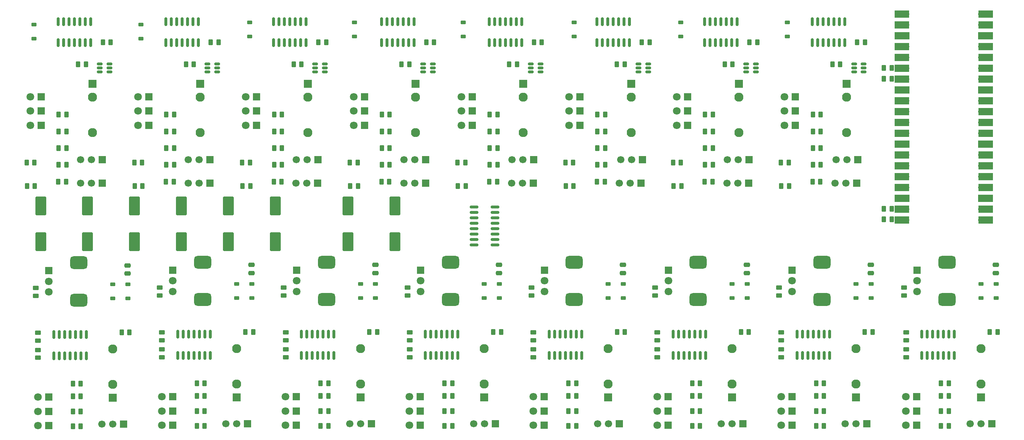
<source format=gbs>
G04 #@! TF.GenerationSoftware,KiCad,Pcbnew,9.0.3*
G04 #@! TF.CreationDate,2025-08-26T17:21:35-04:00*
G04 #@! TF.ProjectId,Oblique Palette 0.5.4 PCB Main,4f626c69-7175-4652-9050-616c65747465,0.5.5*
G04 #@! TF.SameCoordinates,Original*
G04 #@! TF.FileFunction,Soldermask,Bot*
G04 #@! TF.FilePolarity,Negative*
%FSLAX46Y46*%
G04 Gerber Fmt 4.6, Leading zero omitted, Abs format (unit mm)*
G04 Created by KiCad (PCBNEW 9.0.3) date 2025-08-26 17:21:35*
%MOMM*%
%LPD*%
G01*
G04 APERTURE LIST*
G04 Aperture macros list*
%AMRoundRect*
0 Rectangle with rounded corners*
0 $1 Rounding radius*
0 $2 $3 $4 $5 $6 $7 $8 $9 X,Y pos of 4 corners*
0 Add a 4 corners polygon primitive as box body*
4,1,4,$2,$3,$4,$5,$6,$7,$8,$9,$2,$3,0*
0 Add four circle primitives for the rounded corners*
1,1,$1+$1,$2,$3*
1,1,$1+$1,$4,$5*
1,1,$1+$1,$6,$7*
1,1,$1+$1,$8,$9*
0 Add four rect primitives between the rounded corners*
20,1,$1+$1,$2,$3,$4,$5,0*
20,1,$1+$1,$4,$5,$6,$7,0*
20,1,$1+$1,$6,$7,$8,$9,0*
20,1,$1+$1,$8,$9,$2,$3,0*%
G04 Aperture macros list end*
%ADD10C,2.130000*%
%ADD11R,1.930000X1.830000*%
%ADD12R,1.800000X1.800000*%
%ADD13C,1.800000*%
%ADD14RoundRect,0.250000X-0.262500X-0.450000X0.262500X-0.450000X0.262500X0.450000X-0.262500X0.450000X0*%
%ADD15RoundRect,0.250000X0.450000X-0.262500X0.450000X0.262500X-0.450000X0.262500X-0.450000X-0.262500X0*%
%ADD16RoundRect,0.250000X0.262500X0.450000X-0.262500X0.450000X-0.262500X-0.450000X0.262500X-0.450000X0*%
%ADD17RoundRect,0.225000X-0.375000X0.225000X-0.375000X-0.225000X0.375000X-0.225000X0.375000X0.225000X0*%
%ADD18RoundRect,0.150000X0.150000X-0.825000X0.150000X0.825000X-0.150000X0.825000X-0.150000X-0.825000X0*%
%ADD19RoundRect,0.250000X0.475000X-0.250000X0.475000X0.250000X-0.475000X0.250000X-0.475000X-0.250000X0*%
%ADD20C,1.700000*%
%ADD21R,1.700000X1.700000*%
%ADD22RoundRect,0.750000X-1.250000X-0.750000X1.250000X-0.750000X1.250000X0.750000X-1.250000X0.750000X0*%
%ADD23RoundRect,0.150000X-0.825000X-0.150000X0.825000X-0.150000X0.825000X0.150000X-0.825000X0.150000X0*%
%ADD24RoundRect,0.150000X0.512500X0.150000X-0.512500X0.150000X-0.512500X-0.150000X0.512500X-0.150000X0*%
%ADD25RoundRect,0.225000X0.375000X-0.225000X0.375000X0.225000X-0.375000X0.225000X-0.375000X-0.225000X0*%
%ADD26O,1.700000X1.700000*%
%ADD27R,3.500000X1.700000*%
%ADD28RoundRect,0.250000X1.000000X-1.950000X1.000000X1.950000X-1.000000X1.950000X-1.000000X-1.950000X0*%
G04 APERTURE END LIST*
D10*
G04 #@! TO.C,J38*
X243853143Y-108034450D03*
X243853143Y-99734450D03*
D11*
X243853143Y-111134450D03*
G04 #@! TD*
D12*
G04 #@! TO.C,D48*
X228853143Y-111004450D03*
D13*
X226313143Y-111004450D03*
G04 #@! TD*
D12*
G04 #@! TO.C,D45*
X228853143Y-114354450D03*
D13*
X226313143Y-114354450D03*
G04 #@! TD*
D12*
G04 #@! TO.C,D44*
X228853143Y-117704450D03*
D13*
X226313143Y-117704450D03*
G04 #@! TD*
D12*
G04 #@! TO.C,D42*
X199577286Y-111004450D03*
D13*
X197037286Y-111004450D03*
G04 #@! TD*
D12*
G04 #@! TO.C,D39*
X199577286Y-114354450D03*
D13*
X197037286Y-114354450D03*
G04 #@! TD*
D12*
G04 #@! TO.C,D38*
X199577286Y-117704450D03*
D13*
X197037286Y-117704450D03*
G04 #@! TD*
D12*
G04 #@! TO.C,D36*
X170551429Y-111004450D03*
D13*
X168011429Y-111004450D03*
G04 #@! TD*
D12*
G04 #@! TO.C,D33*
X170551429Y-114354450D03*
D13*
X168011429Y-114354450D03*
G04 #@! TD*
D12*
G04 #@! TO.C,D32*
X170551429Y-117704450D03*
D13*
X168011429Y-117704450D03*
G04 #@! TD*
D12*
G04 #@! TO.C,D30*
X141525572Y-111004450D03*
D13*
X138985572Y-111004450D03*
G04 #@! TD*
D12*
G04 #@! TO.C,D27*
X141525572Y-114354450D03*
D13*
X138985572Y-114354450D03*
G04 #@! TD*
D12*
G04 #@! TO.C,D26*
X141525572Y-117704450D03*
D13*
X138985572Y-117704450D03*
G04 #@! TD*
D12*
G04 #@! TO.C,D24*
X112499714Y-111004450D03*
D13*
X109959714Y-111004450D03*
G04 #@! TD*
D12*
G04 #@! TO.C,D21*
X112499714Y-114354450D03*
D13*
X109959714Y-114354450D03*
G04 #@! TD*
D12*
G04 #@! TO.C,D20*
X112499714Y-117704450D03*
D13*
X109959714Y-117704450D03*
G04 #@! TD*
D12*
G04 #@! TO.C,D18*
X83473857Y-111004450D03*
D13*
X80933857Y-111004450D03*
G04 #@! TD*
D12*
G04 #@! TO.C,D15*
X83473857Y-114354450D03*
D13*
X80933857Y-114354450D03*
G04 #@! TD*
D12*
G04 #@! TO.C,D14*
X83473857Y-117704450D03*
D13*
X80933857Y-117704450D03*
G04 #@! TD*
D12*
G04 #@! TO.C,D12*
X54448000Y-111004450D03*
D13*
X51908000Y-111004450D03*
G04 #@! TD*
D12*
G04 #@! TO.C,D9*
X54448000Y-114354450D03*
D13*
X51908000Y-114354450D03*
G04 #@! TD*
D12*
G04 #@! TO.C,D8*
X54448000Y-117704450D03*
D13*
X51908000Y-117704450D03*
G04 #@! TD*
D12*
G04 #@! TO.C,D6*
X25422143Y-111094450D03*
D13*
X22882143Y-111094450D03*
G04 #@! TD*
D12*
G04 #@! TO.C,D3*
X25422143Y-114444450D03*
D13*
X22882143Y-114444450D03*
G04 #@! TD*
D12*
G04 #@! TO.C,D2*
X25422143Y-117794450D03*
D13*
X22882143Y-117794450D03*
G04 #@! TD*
D12*
G04 #@! TO.C,D75*
X175157000Y-44037000D03*
D13*
X172617000Y-44037000D03*
G04 #@! TD*
D12*
G04 #@! TO.C,D67*
X124657000Y-44037000D03*
D13*
X122117000Y-44037000D03*
G04 #@! TD*
D12*
G04 #@! TO.C,D58*
X74157000Y-47387000D03*
D13*
X71617000Y-47387000D03*
G04 #@! TD*
D12*
G04 #@! TO.C,D78*
X200407000Y-47387000D03*
D13*
X197867000Y-47387000D03*
G04 #@! TD*
D12*
G04 #@! TO.C,D56*
X48907000Y-40687000D03*
D13*
X46367000Y-40687000D03*
G04 #@! TD*
D12*
G04 #@! TO.C,D76*
X175157000Y-40687000D03*
D13*
X172617000Y-40687000D03*
G04 #@! TD*
D12*
G04 #@! TO.C,D66*
X124657000Y-47387000D03*
D13*
X122117000Y-47387000D03*
G04 #@! TD*
D12*
G04 #@! TO.C,D64*
X99407000Y-40687000D03*
D13*
X96867000Y-40687000D03*
G04 #@! TD*
D12*
G04 #@! TO.C,D71*
X149907000Y-44037000D03*
D13*
X147367000Y-44037000D03*
G04 #@! TD*
D12*
G04 #@! TO.C,D74*
X175157000Y-47387000D03*
D13*
X172617000Y-47387000D03*
G04 #@! TD*
D12*
G04 #@! TO.C,D68*
X124657000Y-40687000D03*
D13*
X122117000Y-40687000D03*
G04 #@! TD*
D12*
G04 #@! TO.C,D80*
X200407000Y-40687000D03*
D13*
X197867000Y-40687000D03*
G04 #@! TD*
D12*
G04 #@! TO.C,D62*
X99407000Y-47387000D03*
D13*
X96867000Y-47387000D03*
G04 #@! TD*
D12*
G04 #@! TO.C,D50*
X23657000Y-47387000D03*
D13*
X21117000Y-47387000D03*
G04 #@! TD*
D12*
G04 #@! TO.C,D59*
X74157000Y-44037000D03*
D13*
X71617000Y-44037000D03*
G04 #@! TD*
D12*
G04 #@! TO.C,D60*
X74157000Y-40687000D03*
D13*
X71617000Y-40687000D03*
G04 #@! TD*
D12*
G04 #@! TO.C,D63*
X99407000Y-44037000D03*
D13*
X96867000Y-44037000D03*
G04 #@! TD*
D12*
G04 #@! TO.C,D72*
X149907000Y-40687000D03*
D13*
X147367000Y-40687000D03*
G04 #@! TD*
D12*
G04 #@! TO.C,D55*
X48907000Y-44037000D03*
D13*
X46367000Y-44037000D03*
G04 #@! TD*
D12*
G04 #@! TO.C,D70*
X149907000Y-47387000D03*
D13*
X147367000Y-47387000D03*
G04 #@! TD*
D12*
G04 #@! TO.C,D52*
X23657000Y-40687000D03*
D13*
X21117000Y-40687000D03*
G04 #@! TD*
D12*
G04 #@! TO.C,D51*
X23657000Y-44037000D03*
D13*
X21117000Y-44037000D03*
G04 #@! TD*
D12*
G04 #@! TO.C,D79*
X200407000Y-44037000D03*
D13*
X197867000Y-44037000D03*
G04 #@! TD*
D12*
G04 #@! TO.C,D54*
X48907000Y-47387000D03*
D13*
X46367000Y-47387000D03*
G04 #@! TD*
D14*
G04 #@! TO.C,R160*
X42509643Y-95944450D03*
X44334643Y-95944450D03*
G04 #@! TD*
D15*
G04 #@! TO.C,R8*
X22422143Y-87356950D03*
X22422143Y-85531950D03*
G04 #@! TD*
D14*
G04 #@! TO.C,R7*
X31097143Y-110944450D03*
X32922143Y-110944450D03*
G04 #@! TD*
G04 #@! TO.C,R5*
X31097143Y-114444450D03*
X32922143Y-114444450D03*
G04 #@! TD*
D15*
G04 #@! TO.C,R4*
X22922143Y-101856950D03*
X22922143Y-100031950D03*
G04 #@! TD*
D16*
G04 #@! TO.C,R68*
X32922143Y-107944450D03*
X31097143Y-107944450D03*
G04 #@! TD*
D15*
G04 #@! TO.C,R6*
X22922143Y-97856950D03*
X22922143Y-96031950D03*
G04 #@! TD*
D14*
G04 #@! TO.C,R3*
X31097143Y-117944450D03*
X32922143Y-117944450D03*
G04 #@! TD*
D16*
G04 #@! TO.C,R116*
X54819500Y-44882700D03*
X52994500Y-44882700D03*
G04 #@! TD*
D15*
G04 #@! TO.C,R22*
X80973857Y-97766950D03*
X80973857Y-95941950D03*
G04 #@! TD*
D14*
G04 #@! TO.C,R161*
X71535500Y-95854450D03*
X73360500Y-95854450D03*
G04 #@! TD*
G04 #@! TO.C,R31*
X118174714Y-110854450D03*
X119999714Y-110854450D03*
G04 #@! TD*
G04 #@! TO.C,R152*
X204407000Y-60597000D03*
X206232000Y-60597000D03*
G04 #@! TD*
D16*
G04 #@! TO.C,R101*
X207077286Y-107854450D03*
X205252286Y-107854450D03*
G04 #@! TD*
D14*
G04 #@! TO.C,R136*
X171744500Y-56097000D03*
X173569500Y-56097000D03*
G04 #@! TD*
G04 #@! TO.C,R97*
X78157000Y-60597000D03*
X79982000Y-60597000D03*
G04 #@! TD*
D16*
G04 #@! TO.C,R94*
X178051429Y-107854450D03*
X176226429Y-107854450D03*
G04 #@! TD*
D14*
G04 #@! TO.C,R114*
X121244500Y-56097000D03*
X123069500Y-56097000D03*
G04 #@! TD*
G04 #@! TO.C,R117*
X128744500Y-52739900D03*
X130569500Y-52739900D03*
G04 #@! TD*
D16*
G04 #@! TO.C,R123*
X80069500Y-44882700D03*
X78244500Y-44882700D03*
G04 #@! TD*
D14*
G04 #@! TO.C,R74*
X27744500Y-56668400D03*
X29569500Y-56668400D03*
G04 #@! TD*
D16*
G04 #@! TO.C,R79*
X90973857Y-107854450D03*
X89148857Y-107854450D03*
G04 #@! TD*
D14*
G04 #@! TO.C,R53*
X205252286Y-114354450D03*
X207077286Y-114354450D03*
G04 #@! TD*
D16*
G04 #@! TO.C,R1*
X222959500Y-33957000D03*
X221134500Y-33957000D03*
G04 #@! TD*
D14*
G04 #@! TO.C,R61*
X234528143Y-114354450D03*
X236353143Y-114354450D03*
G04 #@! TD*
D15*
G04 #@! TO.C,R52*
X197077286Y-101766950D03*
X197077286Y-99941950D03*
G04 #@! TD*
G04 #@! TO.C,R12*
X51948000Y-101766950D03*
X51948000Y-99941950D03*
G04 #@! TD*
D14*
G04 #@! TO.C,R27*
X118174714Y-117854450D03*
X119999714Y-117854450D03*
G04 #@! TD*
G04 #@! TO.C,R81*
X45494500Y-56097000D03*
X47319500Y-56097000D03*
G04 #@! TD*
D15*
G04 #@! TO.C,R16*
X51448000Y-87266950D03*
X51448000Y-85441950D03*
G04 #@! TD*
D16*
G04 #@! TO.C,R138*
X155819500Y-44882700D03*
X153994500Y-44882700D03*
G04 #@! TD*
D15*
G04 #@! TO.C,R30*
X109999714Y-97766950D03*
X109999714Y-95941950D03*
G04 #@! TD*
D14*
G04 #@! TO.C,R141*
X179157000Y-60597000D03*
X180982000Y-60597000D03*
G04 #@! TD*
G04 #@! TO.C,R73*
X27744500Y-52739900D03*
X29569500Y-52739900D03*
G04 #@! TD*
G04 #@! TO.C,R129*
X153994500Y-56668400D03*
X155819500Y-56668400D03*
G04 #@! TD*
D15*
G04 #@! TO.C,R46*
X168051429Y-97766950D03*
X168051429Y-95941950D03*
G04 #@! TD*
D14*
G04 #@! TO.C,R125*
X146494500Y-56097000D03*
X148319500Y-56097000D03*
G04 #@! TD*
G04 #@! TO.C,R147*
X196994500Y-56097000D03*
X198819500Y-56097000D03*
G04 #@! TD*
G04 #@! TO.C,R139*
X179244500Y-52739900D03*
X181069500Y-52739900D03*
G04 #@! TD*
G04 #@! TO.C,R11*
X60123000Y-117854450D03*
X61948000Y-117854450D03*
G04 #@! TD*
G04 #@! TO.C,R84*
X52994500Y-52739900D03*
X54819500Y-52739900D03*
G04 #@! TD*
G04 #@! TO.C,R21*
X89148857Y-114354450D03*
X90973857Y-114354450D03*
G04 #@! TD*
G04 #@! TO.C,R63*
X234528143Y-110854450D03*
X236353143Y-110854450D03*
G04 #@! TD*
G04 #@! TO.C,R2*
X221134500Y-36457000D03*
X222959500Y-36457000D03*
G04 #@! TD*
G04 #@! TO.C,R19*
X89148857Y-117854450D03*
X90973857Y-117854450D03*
G04 #@! TD*
G04 #@! TO.C,R168*
X209082000Y-33097000D03*
X210907000Y-33097000D03*
G04 #@! TD*
G04 #@! TO.C,R164*
X158613072Y-95854450D03*
X160438072Y-95854450D03*
G04 #@! TD*
G04 #@! TO.C,R45*
X176226429Y-114354450D03*
X178051429Y-114354450D03*
G04 #@! TD*
D15*
G04 #@! TO.C,R40*
X138525572Y-87266950D03*
X138525572Y-85441950D03*
G04 #@! TD*
G04 #@! TO.C,R62*
X226353143Y-97766950D03*
X226353143Y-95941950D03*
G04 #@! TD*
D14*
G04 #@! TO.C,R154*
X57582000Y-33097000D03*
X59407000Y-33097000D03*
G04 #@! TD*
G04 #@! TO.C,R153*
X32332000Y-33097000D03*
X34157000Y-33097000D03*
G04 #@! TD*
G04 #@! TO.C,R107*
X103494500Y-56668400D03*
X105319500Y-56668400D03*
G04 #@! TD*
G04 #@! TO.C,R140*
X179244500Y-56668400D03*
X181069500Y-56668400D03*
G04 #@! TD*
G04 #@! TO.C,R135*
X179244500Y-48811300D03*
X181069500Y-48811300D03*
G04 #@! TD*
D16*
G04 #@! TO.C,R93*
X72657000Y-61597000D03*
X70832000Y-61597000D03*
G04 #@! TD*
G04 #@! TO.C,R25*
X90459500Y-27957000D03*
X88634500Y-27957000D03*
G04 #@! TD*
D15*
G04 #@! TO.C,R38*
X139025572Y-97766950D03*
X139025572Y-95941950D03*
G04 #@! TD*
D14*
G04 #@! TO.C,R118*
X128744500Y-56668400D03*
X130569500Y-56668400D03*
G04 #@! TD*
D16*
G04 #@! TO.C,R34*
X166209500Y-27957000D03*
X164384500Y-27957000D03*
G04 #@! TD*
D14*
G04 #@! TO.C,R70*
X20244500Y-56097000D03*
X22069500Y-56097000D03*
G04 #@! TD*
D16*
G04 #@! TO.C,R149*
X206319500Y-44882700D03*
X204494500Y-44882700D03*
G04 #@! TD*
D15*
G04 #@! TO.C,R56*
X196577286Y-87266950D03*
X196577286Y-85441950D03*
G04 #@! TD*
D16*
G04 #@! TO.C,R145*
X181069500Y-44882700D03*
X179244500Y-44882700D03*
G04 #@! TD*
D14*
G04 #@! TO.C,R39*
X147200572Y-110854450D03*
X149025572Y-110854450D03*
G04 #@! TD*
G04 #@! TO.C,R157*
X133332000Y-33097000D03*
X135157000Y-33097000D03*
G04 #@! TD*
G04 #@! TO.C,R43*
X176226429Y-117854450D03*
X178051429Y-117854450D03*
G04 #@! TD*
D16*
G04 #@! TO.C,R148*
X198907000Y-61597000D03*
X197082000Y-61597000D03*
G04 #@! TD*
D14*
G04 #@! TO.C,R128*
X153994500Y-52739900D03*
X155819500Y-52739900D03*
G04 #@! TD*
D16*
G04 #@! TO.C,R41*
X191459500Y-27957000D03*
X189634500Y-27957000D03*
G04 #@! TD*
D14*
G04 #@! TO.C,R158*
X158582000Y-33097000D03*
X160407000Y-33097000D03*
G04 #@! TD*
G04 #@! TO.C,R95*
X78244500Y-52739900D03*
X80069500Y-52739900D03*
G04 #@! TD*
G04 #@! TO.C,R163*
X129587214Y-95854450D03*
X131412214Y-95854450D03*
G04 #@! TD*
D16*
G04 #@! TO.C,R90*
X149025572Y-107854450D03*
X147200572Y-107854450D03*
G04 #@! TD*
D14*
G04 #@! TO.C,R59*
X234528143Y-117854450D03*
X236353143Y-117854450D03*
G04 #@! TD*
D15*
G04 #@! TO.C,R20*
X80973857Y-101766950D03*
X80973857Y-99941950D03*
G04 #@! TD*
D14*
G04 #@! TO.C,R155*
X82832000Y-33097000D03*
X84657000Y-33097000D03*
G04 #@! TD*
G04 #@! TO.C,R124*
X153994500Y-48811300D03*
X155819500Y-48811300D03*
G04 #@! TD*
D16*
G04 #@! TO.C,R18*
X65209500Y-27957000D03*
X63384500Y-27957000D03*
G04 #@! TD*
D14*
G04 #@! TO.C,R80*
X52994500Y-48811300D03*
X54819500Y-48811300D03*
G04 #@! TD*
G04 #@! TO.C,R96*
X78244500Y-56668400D03*
X80069500Y-56668400D03*
G04 #@! TD*
D16*
G04 #@! TO.C,R26*
X115709500Y-27957000D03*
X113884500Y-27957000D03*
G04 #@! TD*
D14*
G04 #@! TO.C,R55*
X205252286Y-110854450D03*
X207077286Y-110854450D03*
G04 #@! TD*
G04 #@! TO.C,R75*
X27657000Y-60597000D03*
X29482000Y-60597000D03*
G04 #@! TD*
G04 #@! TO.C,R35*
X147200572Y-117854450D03*
X149025572Y-117854450D03*
G04 #@! TD*
G04 #@! TO.C,R165*
X187638929Y-95854450D03*
X189463929Y-95854450D03*
G04 #@! TD*
D15*
G04 #@! TO.C,R64*
X225853143Y-87266950D03*
X225853143Y-85441950D03*
G04 #@! TD*
D16*
G04 #@! TO.C,R83*
X119999714Y-107854450D03*
X118174714Y-107854450D03*
G04 #@! TD*
G04 #@! TO.C,R42*
X216709500Y-27957000D03*
X214884500Y-27957000D03*
G04 #@! TD*
D14*
G04 #@! TO.C,R85*
X52994500Y-56668400D03*
X54819500Y-56668400D03*
G04 #@! TD*
D15*
G04 #@! TO.C,R32*
X109499714Y-87266950D03*
X109499714Y-85441950D03*
G04 #@! TD*
G04 #@! TO.C,R54*
X197077286Y-97766950D03*
X197077286Y-95941950D03*
G04 #@! TD*
D14*
G04 #@! TO.C,R37*
X147200572Y-114354450D03*
X149025572Y-114354450D03*
G04 #@! TD*
G04 #@! TO.C,R69*
X27744500Y-48811300D03*
X29569500Y-48811300D03*
G04 #@! TD*
G04 #@! TO.C,R108*
X103407000Y-60597000D03*
X105232000Y-60597000D03*
G04 #@! TD*
D15*
G04 #@! TO.C,R28*
X109999714Y-101766950D03*
X109999714Y-99941950D03*
G04 #@! TD*
D14*
G04 #@! TO.C,R156*
X108082000Y-33097000D03*
X109907000Y-33097000D03*
G04 #@! TD*
G04 #@! TO.C,R150*
X204494500Y-52739900D03*
X206319500Y-52739900D03*
G04 #@! TD*
G04 #@! TO.C,R106*
X103494500Y-52739900D03*
X105319500Y-52739900D03*
G04 #@! TD*
G04 #@! TO.C,R15*
X60123000Y-110854450D03*
X61948000Y-110854450D03*
G04 #@! TD*
D16*
G04 #@! TO.C,R10*
X222959500Y-66957000D03*
X221134500Y-66957000D03*
G04 #@! TD*
G04 #@! TO.C,R127*
X105319500Y-44882700D03*
X103494500Y-44882700D03*
G04 #@! TD*
D14*
G04 #@! TO.C,R103*
X95994500Y-56097000D03*
X97819500Y-56097000D03*
G04 #@! TD*
D15*
G04 #@! TO.C,R36*
X139025572Y-101766950D03*
X139025572Y-99941950D03*
G04 #@! TD*
D16*
G04 #@! TO.C,R134*
X130569500Y-44882700D03*
X128744500Y-44882700D03*
G04 #@! TD*
D14*
G04 #@! TO.C,R146*
X204494500Y-48811300D03*
X206319500Y-48811300D03*
G04 #@! TD*
D16*
G04 #@! TO.C,R126*
X148407000Y-61597000D03*
X146582000Y-61597000D03*
G04 #@! TD*
D14*
G04 #@! TO.C,R23*
X89148857Y-110854450D03*
X90973857Y-110854450D03*
G04 #@! TD*
D15*
G04 #@! TO.C,R24*
X80473857Y-87266950D03*
X80473857Y-85441950D03*
G04 #@! TD*
D14*
G04 #@! TO.C,R86*
X52907000Y-60597000D03*
X54732000Y-60597000D03*
G04 #@! TD*
D16*
G04 #@! TO.C,R33*
X140959500Y-27957000D03*
X139134500Y-27957000D03*
G04 #@! TD*
D15*
G04 #@! TO.C,R60*
X226353143Y-101766950D03*
X226353143Y-99941950D03*
G04 #@! TD*
D14*
G04 #@! TO.C,R119*
X128657000Y-60597000D03*
X130482000Y-60597000D03*
G04 #@! TD*
D16*
G04 #@! TO.C,R17*
X39959500Y-27957000D03*
X38134500Y-27957000D03*
G04 #@! TD*
D14*
G04 #@! TO.C,R166*
X216664786Y-95854450D03*
X218489786Y-95854450D03*
G04 #@! TD*
G04 #@! TO.C,R159*
X183832000Y-33097000D03*
X185657000Y-33097000D03*
G04 #@! TD*
G04 #@! TO.C,R29*
X118174714Y-114354450D03*
X119999714Y-114354450D03*
G04 #@! TD*
D15*
G04 #@! TO.C,R44*
X168051429Y-101766950D03*
X168051429Y-99941950D03*
G04 #@! TD*
D14*
G04 #@! TO.C,R130*
X153907000Y-60597000D03*
X155732000Y-60597000D03*
G04 #@! TD*
D16*
G04 #@! TO.C,R137*
X173657000Y-61597000D03*
X171832000Y-61597000D03*
G04 #@! TD*
D14*
G04 #@! TO.C,R102*
X103494500Y-48811300D03*
X105319500Y-48811300D03*
G04 #@! TD*
D16*
G04 #@! TO.C,R72*
X61948000Y-107854450D03*
X60123000Y-107854450D03*
G04 #@! TD*
D14*
G04 #@! TO.C,R162*
X100561357Y-95854450D03*
X102386357Y-95854450D03*
G04 #@! TD*
D16*
G04 #@! TO.C,R105*
X236353143Y-107854450D03*
X234528143Y-107854450D03*
G04 #@! TD*
D15*
G04 #@! TO.C,R48*
X167551429Y-87266950D03*
X167551429Y-85441950D03*
G04 #@! TD*
D14*
G04 #@! TO.C,R13*
X60123000Y-114354450D03*
X61948000Y-114354450D03*
G04 #@! TD*
G04 #@! TO.C,R151*
X204494500Y-56668400D03*
X206319500Y-56668400D03*
G04 #@! TD*
G04 #@! TO.C,R113*
X128744500Y-48811300D03*
X130569500Y-48811300D03*
G04 #@! TD*
D16*
G04 #@! TO.C,R71*
X22157000Y-61597000D03*
X20332000Y-61597000D03*
G04 #@! TD*
G04 #@! TO.C,R112*
X29569500Y-44882700D03*
X27744500Y-44882700D03*
G04 #@! TD*
D14*
G04 #@! TO.C,R167*
X245940643Y-95854450D03*
X247765643Y-95854450D03*
G04 #@! TD*
D16*
G04 #@! TO.C,R115*
X123157000Y-61597000D03*
X121332000Y-61597000D03*
G04 #@! TD*
G04 #@! TO.C,R82*
X47407000Y-61597000D03*
X45582000Y-61597000D03*
G04 #@! TD*
D14*
G04 #@! TO.C,R91*
X78244500Y-48811300D03*
X80069500Y-48811300D03*
G04 #@! TD*
G04 #@! TO.C,R9*
X221134500Y-69457000D03*
X222959500Y-69457000D03*
G04 #@! TD*
D16*
G04 #@! TO.C,R104*
X97907000Y-61597000D03*
X96082000Y-61597000D03*
G04 #@! TD*
D14*
G04 #@! TO.C,R92*
X70744500Y-56097000D03*
X72569500Y-56097000D03*
G04 #@! TD*
D15*
G04 #@! TO.C,R14*
X51948000Y-97766950D03*
X51948000Y-95941950D03*
G04 #@! TD*
D14*
G04 #@! TO.C,R47*
X176226429Y-110854450D03*
X178051429Y-110854450D03*
G04 #@! TD*
G04 #@! TO.C,R51*
X205252286Y-117854450D03*
X207077286Y-117854450D03*
G04 #@! TD*
D17*
G04 #@! TO.C,D4*
X40422143Y-87944450D03*
X40422143Y-84644450D03*
G04 #@! TD*
G04 #@! TO.C,D5*
X43972143Y-87944450D03*
X43972143Y-84644450D03*
G04 #@! TD*
D18*
G04 #@! TO.C,U3*
X34232143Y-101394450D03*
X32962143Y-101394450D03*
X31692143Y-101394450D03*
X30422143Y-101394450D03*
X29152143Y-101394450D03*
X27882143Y-101394450D03*
X26612143Y-101394450D03*
X26612143Y-96444450D03*
X27882143Y-96444450D03*
X29152143Y-96444450D03*
X30422143Y-96444450D03*
X31692143Y-96444450D03*
X32962143Y-96444450D03*
X34232143Y-96444450D03*
G04 #@! TD*
D19*
G04 #@! TO.C,C9*
X43893143Y-80220150D03*
X43893143Y-82120150D03*
G04 #@! TD*
D20*
G04 #@! TO.C,J16*
X37922143Y-117444450D03*
X40462143Y-117444450D03*
D21*
X43002143Y-117444450D03*
G04 #@! TD*
D10*
G04 #@! TO.C,J17*
X40422143Y-108124450D03*
X40422143Y-99824450D03*
D11*
X40422143Y-111224450D03*
G04 #@! TD*
D22*
G04 #@! TO.C,RV1*
X32482143Y-88344450D03*
X32482143Y-79544450D03*
D13*
X25482143Y-86444450D03*
X25482143Y-83944450D03*
D12*
X25482143Y-81444450D03*
G04 #@! TD*
D23*
G04 #@! TO.C,U1*
X130022000Y-75402000D03*
X130022000Y-74132000D03*
X130022000Y-72862000D03*
X130022000Y-71592000D03*
X130022000Y-70322000D03*
X130022000Y-69052000D03*
X130022000Y-67782000D03*
X130022000Y-66512000D03*
X125072000Y-66512000D03*
X125072000Y-67782000D03*
X125072000Y-69052000D03*
X125072000Y-70322000D03*
X125072000Y-71592000D03*
X125072000Y-72862000D03*
X125072000Y-74132000D03*
X125072000Y-75402000D03*
G04 #@! TD*
D18*
G04 #@! TO.C,U4*
X63258000Y-96354450D03*
X61988000Y-96354450D03*
X60718000Y-96354450D03*
X59448000Y-96354450D03*
X58178000Y-96354450D03*
X56908000Y-96354450D03*
X55638000Y-96354450D03*
X55638000Y-101304450D03*
X56908000Y-101304450D03*
X58178000Y-101304450D03*
X59448000Y-101304450D03*
X60718000Y-101304450D03*
X61988000Y-101304450D03*
X63258000Y-101304450D03*
G04 #@! TD*
G04 #@! TO.C,U5*
X92283857Y-96354450D03*
X91013857Y-96354450D03*
X89743857Y-96354450D03*
X88473857Y-96354450D03*
X87203857Y-96354450D03*
X85933857Y-96354450D03*
X84663857Y-96354450D03*
X84663857Y-101304450D03*
X85933857Y-101304450D03*
X87203857Y-101304450D03*
X88473857Y-101304450D03*
X89743857Y-101304450D03*
X91013857Y-101304450D03*
X92283857Y-101304450D03*
G04 #@! TD*
G04 #@! TO.C,U6*
X121309714Y-96354450D03*
X120039714Y-96354450D03*
X118769714Y-96354450D03*
X117499714Y-96354450D03*
X116229714Y-96354450D03*
X114959714Y-96354450D03*
X113689714Y-96354450D03*
X113689714Y-101304450D03*
X114959714Y-101304450D03*
X116229714Y-101304450D03*
X117499714Y-101304450D03*
X118769714Y-101304450D03*
X120039714Y-101304450D03*
X121309714Y-101304450D03*
G04 #@! TD*
G04 #@! TO.C,U7*
X150335572Y-96354450D03*
X149065572Y-96354450D03*
X147795572Y-96354450D03*
X146525572Y-96354450D03*
X145255572Y-96354450D03*
X143985572Y-96354450D03*
X142715572Y-96354450D03*
X142715572Y-101304450D03*
X143985572Y-101304450D03*
X145255572Y-101304450D03*
X146525572Y-101304450D03*
X147795572Y-101304450D03*
X149065572Y-101304450D03*
X150335572Y-101304450D03*
G04 #@! TD*
G04 #@! TO.C,U8*
X179361429Y-96354450D03*
X178091429Y-96354450D03*
X176821429Y-96354450D03*
X175551429Y-96354450D03*
X174281429Y-96354450D03*
X173011429Y-96354450D03*
X171741429Y-96354450D03*
X171741429Y-101304450D03*
X173011429Y-101304450D03*
X174281429Y-101304450D03*
X175551429Y-101304450D03*
X176821429Y-101304450D03*
X178091429Y-101304450D03*
X179361429Y-101304450D03*
G04 #@! TD*
G04 #@! TO.C,U9*
X208387286Y-96354450D03*
X207117286Y-96354450D03*
X205847286Y-96354450D03*
X204577286Y-96354450D03*
X203307286Y-96354450D03*
X202037286Y-96354450D03*
X200767286Y-96354450D03*
X200767286Y-101304450D03*
X202037286Y-101304450D03*
X203307286Y-101304450D03*
X204577286Y-101304450D03*
X205847286Y-101304450D03*
X207117286Y-101304450D03*
X208387286Y-101304450D03*
G04 #@! TD*
G04 #@! TO.C,U10*
X237663143Y-96354450D03*
X236393143Y-96354450D03*
X235123143Y-96354450D03*
X233853143Y-96354450D03*
X232583143Y-96354450D03*
X231313143Y-96354450D03*
X230043143Y-96354450D03*
X230043143Y-101304450D03*
X231313143Y-101304450D03*
X232583143Y-101304450D03*
X233853143Y-101304450D03*
X235123143Y-101304450D03*
X236393143Y-101304450D03*
X237663143Y-101304450D03*
G04 #@! TD*
D24*
G04 #@! TO.C,U11*
X37382000Y-32997000D03*
X37382000Y-33947000D03*
X37382000Y-34897000D03*
X39657000Y-34897000D03*
X39657000Y-33947000D03*
X39657000Y-32997000D03*
G04 #@! TD*
D18*
G04 #@! TO.C,U12*
X35257000Y-23097000D03*
X33987000Y-23097000D03*
X32717000Y-23097000D03*
X31447000Y-23097000D03*
X30177000Y-23097000D03*
X28907000Y-23097000D03*
X27637000Y-23097000D03*
X27637000Y-28047000D03*
X28907000Y-28047000D03*
X30177000Y-28047000D03*
X31447000Y-28047000D03*
X32717000Y-28047000D03*
X33987000Y-28047000D03*
X35257000Y-28047000D03*
G04 #@! TD*
D24*
G04 #@! TO.C,U13*
X62632000Y-32997000D03*
X62632000Y-33947000D03*
X62632000Y-34897000D03*
X64907000Y-34897000D03*
X64907000Y-33947000D03*
X64907000Y-32997000D03*
G04 #@! TD*
D18*
G04 #@! TO.C,U14*
X60507000Y-23097000D03*
X59237000Y-23097000D03*
X57967000Y-23097000D03*
X56697000Y-23097000D03*
X55427000Y-23097000D03*
X54157000Y-23097000D03*
X52887000Y-23097000D03*
X52887000Y-28047000D03*
X54157000Y-28047000D03*
X55427000Y-28047000D03*
X56697000Y-28047000D03*
X57967000Y-28047000D03*
X59237000Y-28047000D03*
X60507000Y-28047000D03*
G04 #@! TD*
D24*
G04 #@! TO.C,U15*
X87882000Y-32997000D03*
X87882000Y-33947000D03*
X87882000Y-34897000D03*
X90157000Y-34897000D03*
X90157000Y-33947000D03*
X90157000Y-32997000D03*
G04 #@! TD*
D18*
G04 #@! TO.C,U16*
X85757000Y-23097000D03*
X84487000Y-23097000D03*
X83217000Y-23097000D03*
X81947000Y-23097000D03*
X80677000Y-23097000D03*
X79407000Y-23097000D03*
X78137000Y-23097000D03*
X78137000Y-28047000D03*
X79407000Y-28047000D03*
X80677000Y-28047000D03*
X81947000Y-28047000D03*
X83217000Y-28047000D03*
X84487000Y-28047000D03*
X85757000Y-28047000D03*
G04 #@! TD*
D24*
G04 #@! TO.C,U17*
X113132000Y-32997000D03*
X113132000Y-33947000D03*
X113132000Y-34897000D03*
X115407000Y-34897000D03*
X115407000Y-33947000D03*
X115407000Y-32997000D03*
G04 #@! TD*
D18*
G04 #@! TO.C,U18*
X111007000Y-23097000D03*
X109737000Y-23097000D03*
X108467000Y-23097000D03*
X107197000Y-23097000D03*
X105927000Y-23097000D03*
X104657000Y-23097000D03*
X103387000Y-23097000D03*
X103387000Y-28047000D03*
X104657000Y-28047000D03*
X105927000Y-28047000D03*
X107197000Y-28047000D03*
X108467000Y-28047000D03*
X109737000Y-28047000D03*
X111007000Y-28047000D03*
G04 #@! TD*
D24*
G04 #@! TO.C,U19*
X138382000Y-32997000D03*
X138382000Y-33947000D03*
X138382000Y-34897000D03*
X140657000Y-34897000D03*
X140657000Y-33947000D03*
X140657000Y-32997000D03*
G04 #@! TD*
D18*
G04 #@! TO.C,U20*
X136257000Y-23097000D03*
X134987000Y-23097000D03*
X133717000Y-23097000D03*
X132447000Y-23097000D03*
X131177000Y-23097000D03*
X129907000Y-23097000D03*
X128637000Y-23097000D03*
X128637000Y-28047000D03*
X129907000Y-28047000D03*
X131177000Y-28047000D03*
X132447000Y-28047000D03*
X133717000Y-28047000D03*
X134987000Y-28047000D03*
X136257000Y-28047000D03*
G04 #@! TD*
D24*
G04 #@! TO.C,U21*
X163632000Y-32997000D03*
X163632000Y-33947000D03*
X163632000Y-34897000D03*
X165907000Y-34897000D03*
X165907000Y-33947000D03*
X165907000Y-32997000D03*
G04 #@! TD*
D18*
G04 #@! TO.C,U22*
X161507000Y-23097000D03*
X160237000Y-23097000D03*
X158967000Y-23097000D03*
X157697000Y-23097000D03*
X156427000Y-23097000D03*
X155157000Y-23097000D03*
X153887000Y-23097000D03*
X153887000Y-28047000D03*
X155157000Y-28047000D03*
X156427000Y-28047000D03*
X157697000Y-28047000D03*
X158967000Y-28047000D03*
X160237000Y-28047000D03*
X161507000Y-28047000D03*
G04 #@! TD*
D24*
G04 #@! TO.C,U23*
X188882000Y-32997000D03*
X188882000Y-33947000D03*
X188882000Y-34897000D03*
X191157000Y-34897000D03*
X191157000Y-33947000D03*
X191157000Y-32997000D03*
G04 #@! TD*
D18*
G04 #@! TO.C,U24*
X186757000Y-23097000D03*
X185487000Y-23097000D03*
X184217000Y-23097000D03*
X182947000Y-23097000D03*
X181677000Y-23097000D03*
X180407000Y-23097000D03*
X179137000Y-23097000D03*
X179137000Y-28047000D03*
X180407000Y-28047000D03*
X181677000Y-28047000D03*
X182947000Y-28047000D03*
X184217000Y-28047000D03*
X185487000Y-28047000D03*
X186757000Y-28047000D03*
G04 #@! TD*
D24*
G04 #@! TO.C,U25*
X214132000Y-32997000D03*
X214132000Y-33947000D03*
X214132000Y-34897000D03*
X216407000Y-34897000D03*
X216407000Y-33947000D03*
X216407000Y-32997000D03*
G04 #@! TD*
D18*
G04 #@! TO.C,U26*
X212007000Y-23097000D03*
X210737000Y-23097000D03*
X209467000Y-23097000D03*
X208197000Y-23097000D03*
X206927000Y-23097000D03*
X205657000Y-23097000D03*
X204387000Y-23097000D03*
X204387000Y-28047000D03*
X205657000Y-28047000D03*
X206927000Y-28047000D03*
X208197000Y-28047000D03*
X209467000Y-28047000D03*
X210737000Y-28047000D03*
X212007000Y-28047000D03*
G04 #@! TD*
D21*
G04 #@! TO.C,J56*
X138972000Y-60982000D03*
D20*
X136432000Y-60982000D03*
X133892000Y-60982000D03*
G04 #@! TD*
D12*
G04 #@! TO.C,RV2*
X54508000Y-81354450D03*
D13*
X54508000Y-83854450D03*
X54508000Y-86354450D03*
D22*
X61508000Y-79454450D03*
X61508000Y-88254450D03*
G04 #@! TD*
D12*
G04 #@! TO.C,RV3*
X83533857Y-81354450D03*
D13*
X83533857Y-83854450D03*
X83533857Y-86354450D03*
D22*
X90533857Y-79454450D03*
X90533857Y-88254450D03*
G04 #@! TD*
D11*
G04 #@! TO.C,J42*
X35657000Y-37687000D03*
D10*
X35657000Y-49087000D03*
X35657000Y-40787000D03*
G04 #@! TD*
D21*
G04 #@! TO.C,J8*
X113737000Y-55439010D03*
D20*
X111197000Y-55439010D03*
X108657000Y-55439010D03*
G04 #@! TD*
D21*
G04 #@! TO.C,J15*
X189547000Y-55439010D03*
D20*
X187007000Y-55439010D03*
X184467000Y-55439010D03*
G04 #@! TD*
D12*
G04 #@! TO.C,RV8*
X228913143Y-81354450D03*
D13*
X228913143Y-83854450D03*
X228913143Y-86354450D03*
D22*
X235913143Y-79454450D03*
X235913143Y-88254450D03*
G04 #@! TD*
D11*
G04 #@! TO.C,J46*
X60907000Y-37687000D03*
D10*
X60907000Y-49087000D03*
X60907000Y-40787000D03*
G04 #@! TD*
D21*
G04 #@! TO.C,J44*
X63222000Y-60982000D03*
D20*
X60682000Y-60982000D03*
X58142000Y-60982000D03*
G04 #@! TD*
D21*
G04 #@! TO.C,J31*
X188131429Y-117354450D03*
D20*
X185591429Y-117354450D03*
X183051429Y-117354450D03*
G04 #@! TD*
D21*
G04 #@! TO.C,J12*
X139047000Y-55439010D03*
D20*
X136507000Y-55439010D03*
X133967000Y-55439010D03*
G04 #@! TD*
D12*
G04 #@! TO.C,RV4*
X112559714Y-81354450D03*
D13*
X112559714Y-83854450D03*
X112559714Y-86354450D03*
D22*
X119559714Y-79454450D03*
X119559714Y-88254450D03*
G04 #@! TD*
D21*
G04 #@! TO.C,J10*
X164547000Y-55439010D03*
D20*
X162007000Y-55439010D03*
X159467000Y-55439010D03*
G04 #@! TD*
D12*
G04 #@! TO.C,RV5*
X141585572Y-81354450D03*
D13*
X141585572Y-83854450D03*
X141585572Y-86354450D03*
D22*
X148585572Y-79454450D03*
X148585572Y-88254450D03*
G04 #@! TD*
D21*
G04 #@! TO.C,J25*
X130079714Y-117354450D03*
D20*
X127539714Y-117354450D03*
X124999714Y-117354450D03*
G04 #@! TD*
D11*
G04 #@! TO.C,J20*
X69448000Y-111134450D03*
D10*
X69448000Y-99734450D03*
X69448000Y-108034450D03*
G04 #@! TD*
D21*
G04 #@! TO.C,J40*
X37972000Y-60982000D03*
D20*
X35432000Y-60982000D03*
X32892000Y-60982000D03*
G04 #@! TD*
D11*
G04 #@! TO.C,J32*
X185551429Y-111134450D03*
D10*
X185551429Y-99734450D03*
X185551429Y-108034450D03*
G04 #@! TD*
D21*
G04 #@! TO.C,J1*
X37962903Y-55456998D03*
D20*
X35422903Y-55456998D03*
X32882903Y-55456998D03*
G04 #@! TD*
D21*
G04 #@! TO.C,J22*
X101053857Y-117354450D03*
D20*
X98513857Y-117354450D03*
X95973857Y-117354450D03*
G04 #@! TD*
D11*
G04 #@! TO.C,J66*
X187157000Y-37687000D03*
D10*
X187157000Y-49087000D03*
X187157000Y-40787000D03*
G04 #@! TD*
D21*
G04 #@! TO.C,J28*
X159105572Y-117354450D03*
D20*
X156565572Y-117354450D03*
X154025572Y-117354450D03*
G04 #@! TD*
D12*
G04 #@! TO.C,RV6*
X170611429Y-81354450D03*
D13*
X170611429Y-83854450D03*
X170611429Y-86354450D03*
D22*
X177611429Y-79454450D03*
X177611429Y-88254450D03*
G04 #@! TD*
D11*
G04 #@! TO.C,J62*
X161907000Y-37687000D03*
D10*
X161907000Y-49087000D03*
X161907000Y-40787000D03*
G04 #@! TD*
D21*
G04 #@! TO.C,J19*
X72028000Y-117354450D03*
D20*
X69488000Y-117354450D03*
X66948000Y-117354450D03*
G04 #@! TD*
D21*
G04 #@! TO.C,J64*
X189472000Y-60982000D03*
D20*
X186932000Y-60982000D03*
X184392000Y-60982000D03*
G04 #@! TD*
D21*
G04 #@! TO.C,J34*
X217157286Y-117354450D03*
D20*
X214617286Y-117354450D03*
X212077286Y-117354450D03*
G04 #@! TD*
D11*
G04 #@! TO.C,J35*
X214577286Y-111134450D03*
D10*
X214577286Y-99734450D03*
X214577286Y-108034450D03*
G04 #@! TD*
D11*
G04 #@! TO.C,J23*
X98473857Y-111134450D03*
D10*
X98473857Y-99734450D03*
X98473857Y-108034450D03*
G04 #@! TD*
D21*
G04 #@! TO.C,J68*
X214722000Y-60982000D03*
D20*
X212182000Y-60982000D03*
X209642000Y-60982000D03*
G04 #@! TD*
D11*
G04 #@! TO.C,J29*
X156525572Y-111134450D03*
D10*
X156525572Y-99734450D03*
X156525572Y-108034450D03*
G04 #@! TD*
D11*
G04 #@! TO.C,J58*
X136657000Y-37687000D03*
D10*
X136657000Y-49087000D03*
X136657000Y-40787000D03*
G04 #@! TD*
D21*
G04 #@! TO.C,J6*
X88487000Y-55439010D03*
D20*
X85947000Y-55439010D03*
X83407000Y-55439010D03*
G04 #@! TD*
D11*
G04 #@! TO.C,J70*
X212407000Y-37687000D03*
D10*
X212407000Y-49087000D03*
X212407000Y-40787000D03*
G04 #@! TD*
D25*
G04 #@! TO.C,D1*
X22000000Y-27060000D03*
X22000000Y-23760000D03*
G04 #@! TD*
D11*
G04 #@! TO.C,J26*
X127499714Y-111134450D03*
D10*
X127499714Y-99734450D03*
X127499714Y-108034450D03*
G04 #@! TD*
D21*
G04 #@! TO.C,J37*
X246433143Y-117354450D03*
D20*
X243893143Y-117354450D03*
X241353143Y-117354450D03*
G04 #@! TD*
D11*
G04 #@! TO.C,J54*
X111407000Y-37687000D03*
D10*
X111407000Y-49087000D03*
X111407000Y-40787000D03*
G04 #@! TD*
D21*
G04 #@! TO.C,J3*
X63237000Y-55439010D03*
D20*
X60697000Y-55439010D03*
X58157000Y-55439010D03*
G04 #@! TD*
D21*
G04 #@! TO.C,J48*
X88472000Y-60982000D03*
D20*
X85932000Y-60982000D03*
X83392000Y-60982000D03*
G04 #@! TD*
D12*
G04 #@! TO.C,RV7*
X199637286Y-81354450D03*
D13*
X199637286Y-83854450D03*
X199637286Y-86354450D03*
D22*
X206637286Y-79454450D03*
X206637286Y-88254450D03*
G04 #@! TD*
D21*
G04 #@! TO.C,J18*
X215047000Y-55457000D03*
D20*
X212507000Y-55457000D03*
X209967000Y-55457000D03*
G04 #@! TD*
D21*
G04 #@! TO.C,J52*
X113722000Y-60982000D03*
D20*
X111182000Y-60982000D03*
X108642000Y-60982000D03*
G04 #@! TD*
D11*
G04 #@! TO.C,J50*
X86157000Y-37687000D03*
D10*
X86157000Y-49087000D03*
X86157000Y-40787000D03*
G04 #@! TD*
D21*
G04 #@! TO.C,J60*
X164222000Y-60982000D03*
D20*
X161682000Y-60982000D03*
X159142000Y-60982000D03*
G04 #@! TD*
D25*
G04 #@! TO.C,D53*
X47047000Y-27107000D03*
X47047000Y-23807000D03*
G04 #@! TD*
G04 #@! TO.C,D57*
X72547000Y-26607000D03*
X72547000Y-23307000D03*
G04 #@! TD*
D17*
G04 #@! TO.C,D41*
X218127286Y-84554450D03*
X218127286Y-87854450D03*
G04 #@! TD*
D25*
G04 #@! TO.C,D69*
X122547000Y-26560000D03*
X122547000Y-23260000D03*
G04 #@! TD*
D17*
G04 #@! TO.C,D29*
X160075572Y-84554450D03*
X160075572Y-87854450D03*
G04 #@! TD*
D25*
G04 #@! TO.C,D61*
X97047000Y-26560000D03*
X97047000Y-23260000D03*
G04 #@! TD*
D19*
G04 #@! TO.C,C14*
X189022429Y-82030150D03*
X189022429Y-80130150D03*
G04 #@! TD*
G04 #@! TO.C,C16*
X247324143Y-82030150D03*
X247324143Y-80130150D03*
G04 #@! TD*
D17*
G04 #@! TO.C,D46*
X243853143Y-84554450D03*
X243853143Y-87854450D03*
G04 #@! TD*
G04 #@! TO.C,D47*
X247403143Y-84554450D03*
X247403143Y-87854450D03*
G04 #@! TD*
D25*
G04 #@! TO.C,D77*
X198547000Y-26560000D03*
X198547000Y-23260000D03*
G04 #@! TD*
D26*
G04 #@! TO.C,U2*
X226267000Y-69557000D03*
D27*
X225367000Y-69557000D03*
D26*
X226267000Y-67017000D03*
D27*
X225367000Y-67017000D03*
D21*
X226267000Y-64477000D03*
D27*
X225367000Y-64477000D03*
D26*
X226267000Y-61937000D03*
D27*
X225367000Y-61937000D03*
D26*
X226267000Y-59397000D03*
D27*
X225367000Y-59397000D03*
D26*
X226267000Y-56857000D03*
D27*
X225367000Y-56857000D03*
D26*
X226267000Y-54317000D03*
D27*
X225367000Y-54317000D03*
D21*
X226267000Y-51777000D03*
D27*
X225367000Y-51777000D03*
D26*
X226267000Y-49237000D03*
D27*
X225367000Y-49237000D03*
D26*
X226267000Y-46697000D03*
D27*
X225367000Y-46697000D03*
D26*
X226267000Y-44157000D03*
D27*
X225367000Y-44157000D03*
D26*
X226267000Y-41617000D03*
D27*
X225367000Y-41617000D03*
D21*
X226267000Y-39077000D03*
D27*
X225367000Y-39077000D03*
D26*
X226267000Y-36537000D03*
D27*
X225367000Y-36537000D03*
D26*
X226267000Y-33997000D03*
D27*
X225367000Y-33997000D03*
D26*
X226267000Y-31457000D03*
D27*
X225367000Y-31457000D03*
D26*
X226267000Y-28917000D03*
D27*
X225367000Y-28917000D03*
D21*
X226267000Y-26377000D03*
D27*
X225367000Y-26377000D03*
D26*
X226267000Y-23837000D03*
D27*
X225367000Y-23837000D03*
D26*
X226267000Y-21297000D03*
D27*
X225367000Y-21297000D03*
D26*
X244047000Y-21297000D03*
D27*
X244947000Y-21297000D03*
D26*
X244047000Y-23837000D03*
D27*
X244947000Y-23837000D03*
D21*
X244047000Y-26377000D03*
D27*
X244947000Y-26377000D03*
D26*
X244047000Y-28917000D03*
D27*
X244947000Y-28917000D03*
D26*
X244047000Y-31457000D03*
D27*
X244947000Y-31457000D03*
D26*
X244047000Y-33997000D03*
D27*
X244947000Y-33997000D03*
D26*
X244047000Y-36537000D03*
D27*
X244947000Y-36537000D03*
D21*
X244047000Y-39077000D03*
D27*
X244947000Y-39077000D03*
D26*
X244047000Y-41617000D03*
D27*
X244947000Y-41617000D03*
D26*
X244047000Y-44157000D03*
D27*
X244947000Y-44157000D03*
D26*
X244047000Y-46697000D03*
D27*
X244947000Y-46697000D03*
D26*
X244047000Y-49237000D03*
D27*
X244947000Y-49237000D03*
D21*
X244047000Y-51777000D03*
D27*
X244947000Y-51777000D03*
D26*
X244047000Y-54317000D03*
D27*
X244947000Y-54317000D03*
D26*
X244047000Y-56857000D03*
D27*
X244947000Y-56857000D03*
D26*
X244047000Y-59397000D03*
D27*
X244947000Y-59397000D03*
D26*
X244047000Y-61937000D03*
D27*
X244947000Y-61937000D03*
D21*
X244047000Y-64477000D03*
D27*
X244947000Y-64477000D03*
D26*
X244047000Y-67017000D03*
D27*
X244947000Y-67017000D03*
D26*
X244047000Y-69557000D03*
D27*
X244947000Y-69557000D03*
G04 #@! TD*
D25*
G04 #@! TO.C,D65*
X148547000Y-26560000D03*
X148547000Y-23260000D03*
G04 #@! TD*
D17*
G04 #@! TO.C,D10*
X69448000Y-84554450D03*
X69448000Y-87854450D03*
G04 #@! TD*
G04 #@! TO.C,D28*
X156525572Y-84554450D03*
X156525572Y-87854450D03*
G04 #@! TD*
D19*
G04 #@! TO.C,C12*
X130970714Y-82030150D03*
X130970714Y-80130150D03*
G04 #@! TD*
D17*
G04 #@! TO.C,D35*
X189101429Y-84554450D03*
X189101429Y-87854450D03*
G04 #@! TD*
D19*
G04 #@! TO.C,C15*
X218048286Y-82030150D03*
X218048286Y-80130150D03*
G04 #@! TD*
D17*
G04 #@! TO.C,D16*
X98473857Y-84554450D03*
X98473857Y-87854450D03*
G04 #@! TD*
D19*
G04 #@! TO.C,C10*
X72919000Y-82030150D03*
X72919000Y-80130150D03*
G04 #@! TD*
G04 #@! TO.C,C11*
X101944857Y-82030150D03*
X101944857Y-80130150D03*
G04 #@! TD*
D25*
G04 #@! TO.C,D73*
X173547000Y-26560000D03*
X173547000Y-23260000D03*
G04 #@! TD*
D19*
G04 #@! TO.C,C13*
X159996572Y-82030150D03*
X159996572Y-80130150D03*
G04 #@! TD*
D17*
G04 #@! TO.C,D23*
X131049714Y-84554450D03*
X131049714Y-87854450D03*
G04 #@! TD*
G04 #@! TO.C,D17*
X102023857Y-84554450D03*
X102023857Y-87854450D03*
G04 #@! TD*
G04 #@! TO.C,D22*
X127499714Y-84554450D03*
X127499714Y-87854450D03*
G04 #@! TD*
G04 #@! TO.C,D34*
X185551429Y-84554450D03*
X185551429Y-87854450D03*
G04 #@! TD*
G04 #@! TO.C,D11*
X72998000Y-84554450D03*
X72998000Y-87854450D03*
G04 #@! TD*
G04 #@! TO.C,D40*
X214577286Y-84554450D03*
X214577286Y-87854450D03*
G04 #@! TD*
D28*
G04 #@! TO.C,C24*
X23547000Y-74657000D03*
X23547000Y-66257000D03*
G04 #@! TD*
G04 #@! TO.C,C23*
X34547000Y-74657000D03*
X34547000Y-66257000D03*
G04 #@! TD*
G04 #@! TO.C,C22*
X45547000Y-74657000D03*
X45547000Y-66257000D03*
G04 #@! TD*
G04 #@! TO.C,C21*
X56547000Y-74657000D03*
X56547000Y-66257000D03*
G04 #@! TD*
G04 #@! TO.C,C20*
X67547000Y-74657000D03*
X67547000Y-66257000D03*
G04 #@! TD*
G04 #@! TO.C,C19*
X78547000Y-74657000D03*
X78547000Y-66257000D03*
G04 #@! TD*
G04 #@! TO.C,C18*
X95547000Y-74657000D03*
X95547000Y-66257000D03*
G04 #@! TD*
G04 #@! TO.C,C1*
X106547000Y-74657000D03*
X106547000Y-66257000D03*
G04 #@! TD*
M02*

</source>
